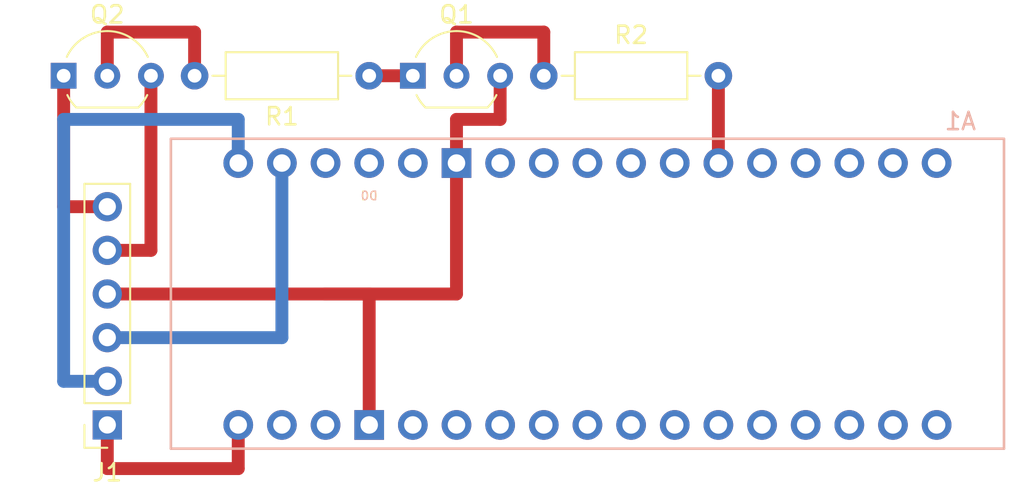
<source format=kicad_pcb>
(kicad_pcb (version 20221018) (generator pcbnew)
  (layers (0 "F.Cu" signal) (31 "B.Cu" signal) (34 "B.Paste" user) (35 "F.Paste" user) (36 "B.SilkS" user "B.Silkscreen") (37 "F.SilkS" user "F.Silkscreen") (38 "B.Mask" user) (39 "F.Mask" user) (44 "Edge.Cuts" user))
  (net 0 "")
  (net 17 "Arduino_Pin_7")
  (net 24 "Arduino_GND")
  (net 26 "Arduino_Pin_11")
  (net 29 "Arduino_Pin_13")
  (net 30 "Arduino_Pin_10")
  (net 32 "Net-(Q1-E)")
  (net 33 "Net-(Q1-B)")
  (net 34 "Net-(J1-Pin_6)")
  (net 35 "Net-(Q2-B)")
  (net 36 "Net-(J1-Pin_5)")
  (footprint "Package_TO_SOT_THT:TO-92_Inline_Wide" (layer "F.Cu") (at 132.08 81.28)
    (fp_text reference "Q1" (at 2.54 -3.56) (layer "F.SilkS"))
    (fp_text value "2N3904")
    (fp_line (start 0.74 1.85) (end 4.34 1.85) (stroke (width 0.12)) (layer "F.SilkS"))
    (fp_arc (start 0.1836 -1.098807) (mid 1.143021 -2.192817) (end 2.54 -2.6) (stroke (width 0.12)) (layer "F.SilkS"))
    (fp_arc (start 0.74 1.85) (mid 0.446097 1.509328) (end 0.215816 1.122795) (stroke (width 0.12)) (layer "F.SilkS"))
    (fp_arc (start 2.54 -2.6) (mid 3.936979 -2.192818) (end 4.8964 -1.098807) (stroke (width 0.12)) (layer "F.SilkS"))
    (fp_arc (start 4.864184 1.122795) (mid 4.633903 1.509328) (end 4.34 1.85) (stroke (width 0.12)) (layer "F.SilkS"))
    (pad "1" thru_hole rect (at 0 0) (size 1.5 1.5) (drill 0.8) (layers "*.Cu" "*.Mask") (net 32 "Net-(Q1-E)"))
    (pad "2" thru_hole circle (at 2.54 0) (size 1.5 1.5) (drill 0.8) (layers "*.Cu" "*.Mask") (net 33 "Net-(Q1-B)"))
    (pad "3" thru_hole circle (at 5.08 0) (size 1.5 1.5) (drill 0.8) (layers "*.Cu" "*.Mask") (net 24 "Arduino_GND"))
  )
  (footprint "Resistor_THT:R_Axial_DIN0207_L6.3mm_D2.5mm_P10.16mm_Horizontal" (layer "F.Cu") (at 129.54 81.28 180)
    (fp_text reference "R1" (at 5.08 -2.37) (layer "F.SilkS"))
    (fp_text value "10k")
    (fp_line (start 1.04 0) (end 1.81 0) (stroke (width 0.12)) (layer "F.SilkS"))
    (fp_line (start 1.81 -1.37) (end 1.81 1.37) (stroke (width 0.12)) (layer "F.SilkS"))
    (fp_line (start 1.81 1.37) (end 8.35 1.37) (stroke (width 0.12)) (layer "F.SilkS"))
    (fp_line (start 8.35 -1.37) (end 1.81 -1.37) (stroke (width 0.12)) (layer "F.SilkS"))
    (fp_line (start 8.35 1.37) (end 8.35 -1.37) (stroke (width 0.12)) (layer "F.SilkS"))
    (fp_line (start 9.12 0) (end 8.35 0) (stroke (width 0.12)) (layer "F.SilkS"))
    (pad "1" thru_hole circle (at 0 0 180) (size 1.6 1.6) (drill 0.8) (layers "*.Cu" "*.Mask") (net 32 "Net-(Q1-E)"))
    (pad "2" thru_hole oval (at 10.16 0 180) (size 1.6 1.6) (drill 0.8) (layers "*.Cu" "*.Mask") (net 35 "Net-(Q2-B)"))
  )
  (footprint "Package_TO_SOT_THT:TO-92_Inline_Wide" (layer "F.Cu") (at 111.76 81.28)
    (fp_text reference "Q2" (at 2.54 -3.56) (layer "F.SilkS"))
    (fp_text value "2N3906")
    (fp_line (start 0.74 1.85) (end 4.34 1.85) (stroke (width 0.12)) (layer "F.SilkS"))
    (fp_arc (start 0.1836 -1.098807) (mid 1.143021 -2.192817) (end 2.54 -2.6) (stroke (width 0.12)) (layer "F.SilkS"))
    (fp_arc (start 0.74 1.85) (mid 0.446097 1.509328) (end 0.215816 1.122795) (stroke (width 0.12)) (layer "F.SilkS"))
    (fp_arc (start 2.54 -2.6) (mid 3.936979 -2.192818) (end 4.8964 -1.098807) (stroke (width 0.12)) (layer "F.SilkS"))
    (fp_arc (start 4.864184 1.122795) (mid 4.633903 1.509328) (end 4.34 1.85) (stroke (width 0.12)) (layer "F.SilkS"))
    (pad "1" thru_hole rect (at 0 0) (size 1.5 1.5) (drill 0.8) (layers "*.Cu" "*.Mask") (net 34 "Net-(J1-Pin_6)"))
    (pad "2" thru_hole circle (at 2.54 0) (size 1.5 1.5) (drill 0.8) (layers "*.Cu" "*.Mask") (net 35 "Net-(Q2-B)"))
    (pad "3" thru_hole circle (at 5.08 0) (size 1.5 1.5) (drill 0.8) (layers "*.Cu" "*.Mask") (net 36 "Net-(J1-Pin_5)"))
  )
  (footprint "Connector_PinSocket_2.54mm:PinSocket_1x06_P2.54mm_Vertical" (layer "F.Cu") (at 114.3 101.6 180)
    (fp_text reference "J1" (at 0 -2.77) (layer "F.SilkS"))
    (fp_text value "Conn_01x06_Pin")
    (fp_line (start -1.33 1.27) (end -1.33 14.03) (stroke (width 0.12)) (layer "F.SilkS"))
    (fp_line (start -1.33 1.27) (end 1.33 1.27) (stroke (width 0.12)) (layer "F.SilkS"))
    (fp_line (start -1.33 14.03) (end 1.33 14.03) (stroke (width 0.12)) (layer "F.SilkS"))
    (fp_line (start 0 -1.33) (end 1.33 -1.33) (stroke (width 0.12)) (layer "F.SilkS"))
    (fp_line (start 1.33 -1.33) (end 1.33 0) (stroke (width 0.12)) (layer "F.SilkS"))
    (fp_line (start 1.33 1.27) (end 1.33 14.03) (stroke (width 0.12)) (layer "F.SilkS"))
    (pad "1" thru_hole rect (at 0 0 180) (size 1.7 1.7) (drill 1) (layers "*.Cu" "*.Mask") (net 29 "Arduino_Pin_13"))
    (pad "2" thru_hole oval (at 0 2.54 180) (size 1.7 1.7) (drill 1) (layers "*.Cu" "*.Mask") (net 26 "Arduino_Pin_11"))
    (pad "3" thru_hole oval (at 0 5.08 180) (size 1.7 1.7) (drill 1) (layers "*.Cu" "*.Mask") (net 30 "Arduino_Pin_10"))
    (pad "4" thru_hole oval (at 0 7.62 180) (size 1.7 1.7) (drill 1) (layers "*.Cu" "*.Mask") (net 24 "Arduino_GND"))
    (pad "5" thru_hole oval (at 0 10.16 180) (size 1.7 1.7) (drill 1) (layers "*.Cu" "*.Mask") (net 36 "Net-(J1-Pin_5)"))
    (pad "6" thru_hole oval (at 0 12.7 180) (size 1.7 1.7) (drill 1) (layers "*.Cu" "*.Mask") (net 34 "Net-(J1-Pin_6)"))
  )
  (footprint "Resistor_THT:R_Axial_DIN0207_L6.3mm_D2.5mm_P10.16mm_Horizontal" (layer "F.Cu") (at 139.7 81.28)
    (fp_text reference "R2" (at 5.08 -2.37) (layer "F.SilkS"))
    (fp_text value "10k")
    (fp_line (start 1.04 0) (end 1.81 0) (stroke (width 0.12)) (layer "F.SilkS"))
    (fp_line (start 1.81 -1.37) (end 1.81 1.37) (stroke (width 0.12)) (layer "F.SilkS"))
    (fp_line (start 1.81 1.37) (end 8.35 1.37) (stroke (width 0.12)) (layer "F.SilkS"))
    (fp_line (start 8.35 -1.37) (end 1.81 -1.37) (stroke (width 0.12)) (layer "F.SilkS"))
    (fp_line (start 8.35 1.37) (end 8.35 -1.37) (stroke (width 0.12)) (layer "F.SilkS"))
    (fp_line (start 9.12 0) (end 8.35 0) (stroke (width 0.12)) (layer "F.SilkS"))
    (pad "1" thru_hole circle (at 0 0) (size 1.6 1.6) (drill 0.8) (layers "*.Cu" "*.Mask") (net 33 "Net-(Q1-B)"))
    (pad "2" thru_hole oval (at 10.16 0) (size 1.6 1.6) (drill 0.8) (layers "*.Cu" "*.Mask") (net 17 "Arduino_Pin_7"))
  )
  (footprint "PCM_arduino-library:Arduino_Micro_Socket" (layer "B.Cu") (at 166.48 102.98 180)
    (fp_text reference "A1" (at 2.54 19.05) (layer "B.SilkS") (effects (justify mirror)))
    (fp_text value "Arduino_Micro_Socket")
    (fp_text user "D0" (at 36.94 14.715 unlocked) (layer "B.SilkS") (effects (font (size 0.5 0.5) (thickness 0.075)) (justify mirror)))
    (fp_text user "D0" (at 36.94 14.715 unlocked) (layer "F.SilkS") (effects (font (size 0.5 0.5) (thickness 0.075))))
    (fp_line (start 0 0) (end 48.48 0) (stroke (width 0.15)) (layer "B.SilkS"))
    (fp_line (start 0 18) (end 0 0) (stroke (width 0.15)) (layer "B.SilkS"))
    (fp_line (start 0 18.034) (end 48.48 18.034) (stroke (width 0.15)) (layer "B.SilkS"))
    (fp_line (start 48.48 18) (end 48.48 0) (stroke (width 0.15)) (layer "B.SilkS"))
    (pad "" np_thru_hole circle (at 1.38 1.38 180) (size 1.4 1.4) (drill 1.4) (layers "F&B.Cu" "*.Mask"))
    (pad "" np_thru_hole circle (at 1.38 16.62 180) (size 1.4 1.4) (drill 1.4) (layers "F&B.Cu" "*.Mask"))
    (pad "" thru_hole oval (at 26.78 1.38 180) (size 1.7272 1.7272) (drill 1.016) (layers "*.Cu" "*.Mask"))
    (pad "" thru_hole oval (at 29.32 1.38 180) (size 1.7272 1.7272) (drill 1.016) (layers "*.Cu" "*.Mask"))
    (pad "" np_thru_hole circle (at 47.1 1.38 180) (size 1.4 1.4) (drill 1.4) (layers "F&B.Cu" "*.Mask"))
    (pad "" np_thru_hole circle (at 47.1 16.62 180) (size 1.016 1.016) (drill 1.016) (layers "*.Cu" "*.Mask"))
    (pad "3V3" thru_hole oval (at 6.46 1.38 180) (size 1.7272 1.7272) (drill 1.016) (layers "*.Cu" "*.Mask"))
    (pad "5V" thru_hole oval (at 31.86 1.38 180) (size 1.7272 1.7272) (drill 1.016) (layers "*.Cu" "*.Mask"))
    (pad "A0" thru_hole oval (at 11.54 1.38 180) (size 1.7272 1.7272) (drill 1.016) (layers "*.Cu" "*.Mask"))
    (pad "A1" thru_hole oval (at 14.08 1.38 180) (size 1.7272 1.7272) (drill 1.016) (layers "*.Cu" "*.Mask"))
    (pad "A2" thru_hole oval (at 16.62 1.38 180) (size 1.7272 1.7272) (drill 1.016) (layers "*.Cu" "*.Mask"))
    (pad "A3" thru_hole oval (at 19.16 1.38 180) (size 1.7272 1.7272) (drill 1.016) (layers "*.Cu" "*.Mask"))
    (pad "A4" thru_hole oval (at 21.7 1.38 180) (size 1.7272 1.7272) (drill 1.016) (layers "*.Cu" "*.Mask"))
    (pad "A5" thru_hole oval (at 24.24 1.38 180) (size 1.7272 1.7272) (drill 1.016) (layers "*.Cu" "*.Mask"))
    (pad "AREF" thru_hole oval (at 9 1.38 180) (size 1.7272 1.7272) (drill 1.016) (layers "*.Cu" "*.Mask"))
    (pad "D0" thru_hole oval (at 36.94 16.62 180) (size 1.7272 1.7272) (drill 1.016) (layers "*.Cu" "*.Mask"))
    (pad "D1" thru_hole oval (at 39.48 16.62 180) (size 1.7272 1.7272) (drill 1.016) (layers "*.Cu" "*.Mask"))
    (pad "D2" thru_hole oval (at 29.32 16.62 180) (size 1.7272 1.7272) (drill 1.016) (layers "*.Cu" "*.Mask"))
    (pad "D3" thru_hole oval (at 26.78 16.62 180) (size 1.7272 1.7272) (drill 1.016) (layers "*.Cu" "*.Mask"))
    (pad "D4" thru_hole oval (at 24.24 16.62 180) (size 1.7272 1.7272) (drill 1.016) (layers "*.Cu" "*.Mask"))
    (pad "D5" thru_hole oval (at 21.7 16.62 180) (size 1.7272 1.7272) (drill 1.016) (layers "*.Cu" "*.Mask"))
    (pad "D6" thru_hole oval (at 19.16 16.62 180) (size 1.7272 1.7272) (drill 1.016) (layers "*.Cu" "*.Mask"))
    (pad "D7" thru_hole oval (at 16.62 16.62 180) (size 1.7272 1.7272) (drill 1.016) (layers "*.Cu" "*.Mask") (net 17 "Arduino_Pin_7"))
    (pad "D8" thru_hole oval (at 14.08 16.62 180) (size 1.7272 1.7272) (drill 1.016) (layers "*.Cu" "*.Mask"))
    (pad "D9" thru_hole oval (at 11.54 16.62 180) (size 1.7272 1.7272) (drill 1.016) (layers "*.Cu" "*.Mask"))
    (pad "D10" thru_hole oval (at 9 16.62 180) (size 1.7272 1.7272) (drill 1.016) (layers "*.Cu" "*.Mask"))
    (pad "D11" thru_hole oval (at 6.46 16.62 180) (size 1.7272 1.7272) (drill 1.016) (layers "*.Cu" "*.Mask"))
    (pad "D12" thru_hole oval (at 3.92 16.62 180) (size 1.7272 1.7272) (drill 1.016) (layers "*.Cu" "*.Mask"))
    (pad "D13" thru_hole oval (at 3.92 1.38 180) (size 1.7272 1.7272) (drill 1.016) (layers "*.Cu" "*.Mask"))
    (pad "GND1" thru_hole rect (at 36.94 1.38 180) (size 1.7272 1.7272) (drill 1.016) (layers "*.Cu" "*.Mask") (net 24 "Arduino_GND"))
    (pad "GND2" thru_hole rect (at 31.86 16.62 180) (size 1.7272 1.7272) (drill 1.016) (layers "*.Cu" "*.Mask") (net 24 "Arduino_GND"))
    (pad "MISO" thru_hole oval (at 42.02 1.38 180) (size 1.7272 1.7272) (drill 1.016) (layers "*.Cu" "*.Mask"))
    (pad "MOSI" thru_hole circle (at 44.56 16.62 180) (size 1.7272 1.7272) (drill 1.016) (layers "*.Cu" "*.Mask") (net 26 "Arduino_Pin_11"))
    (pad "RST1" thru_hole oval (at 34.4 1.38 180) (size 1.7272 1.7272) (drill 1.016) (layers "*.Cu" "*.Mask"))
    (pad "RST2" thru_hole oval (at 34.4 16.62 180) (size 1.7272 1.7272) (drill 1.016) (layers "*.Cu" "*.Mask"))
    (pad "SCK" thru_hole oval (at 44.56 1.38 180) (size 1.7272 1.7272) (drill 1.016) (layers "*.Cu" "*.Mask") (net 29 "Arduino_Pin_13"))
    (pad "SS" thru_hole oval (at 42.02 16.62 180) (size 1.7272 1.7272) (drill 1.016) (layers "*.Cu" "*.Mask") (net 30 "Arduino_Pin_10"))
    (pad "VIN" thru_hole oval (at 39.48 1.38 180) (size 1.7272 1.7272) (drill 1.016) (layers "*.Cu" "*.Mask"))
  )
  (segment (start 149.86 81.28) (end 149.86 86.36) (width 0.75) (layer "F.Cu") (net 17))
  (segment (start 129.54 93.98) (end 127 93.98) (width 0.75) (layer "F.Cu") (net 24))
  (segment (start 127 93.98) (end 134.62 93.98) (width 0.75) (layer "F.Cu") (net 24))
  (segment (start 127 93.98) (end 114.3 93.98) (width 0.75) (layer "F.Cu") (net 24))
  (segment (start 137.16 81.28) (end 137.16 83.82) (width 0.75) (layer "F.Cu") (net 24))
  (segment (start 134.62 83.82) (end 134.62 86.36) (width 0.75) (layer "F.Cu") (net 24))
  (segment (start 129.54 101.6) (end 129.54 93.98) (width 0.75) (layer "F.Cu") (net 24))
  (segment (start 134.62 93.98) (end 134.62 86.36) (width 0.75) (layer "F.Cu") (net 24))
  (segment (start 137.16 83.82) (end 134.62 83.82) (width 0.75) (layer "F.Cu") (net 24))
  (segment (start 121.92 83.82) (end 121.92 86.36) (width 0.75) (layer "B.Cu") (net 26))
  (segment (start 111.76 83.82) (end 121.92 83.82) (width 0.75) (layer "B.Cu") (net 26))
  (segment (start 114.3 99.06) (end 111.76 99.06) (width 0.75) (layer "B.Cu") (net 26))
  (segment (start 111.76 99.06) (end 111.76 83.82) (width 0.75) (layer "B.Cu") (net 26))
  (segment (start 114.3 104.14) (end 121.92 104.14) (width 0.75) (layer "F.Cu") (net 29))
  (segment (start 114.3 104.14) (end 114.3 101.6) (width 0.75) (layer "F.Cu") (net 29))
  (segment (start 121.92 104.14) (end 121.92 101.6) (width 0.75) (layer "F.Cu") (net 29))
  (segment (start 124.46 96.52) (end 124.46 86.36) (width 0.75) (layer "B.Cu") (net 30))
  (segment (start 114.3 96.52) (end 124.46 96.52) (width 0.75) (layer "B.Cu") (net 30))
  (segment (start 129.54 81.28) (end 132.08 81.28) (width 0.75) (layer "F.Cu") (net 32))
  (segment (start 134.62 81.28) (end 134.62 78.74) (width 0.75) (layer "F.Cu") (net 33))
  (segment (start 139.7 78.74) (end 139.7 81.28) (width 0.75) (layer "F.Cu") (net 33))
  (segment (start 134.62 78.74) (end 139.7 78.74) (width 0.75) (layer "F.Cu") (net 33))
  (segment (start 111.76 88.9) (end 111.76 81.28) (width 0.75) (layer "F.Cu") (net 34))
  (segment (start 114.3 88.9) (end 111.76 88.9) (width 0.75) (layer "F.Cu") (net 34))
  (segment (start 119.38 78.74) (end 119.38 81.28) (width 0.75) (layer "F.Cu") (net 35))
  (segment (start 114.3 78.74) (end 119.38 78.74) (width 0.75) (layer "F.Cu") (net 35))
  (segment (start 114.3 81.28) (end 114.3 78.74) (width 0.75) (layer "F.Cu") (net 35))
  (segment (start 116.84 91.44) (end 114.3 91.44) (width 0.75) (layer "F.Cu") (net 36))
  (segment (start 116.84 81.28) (end 116.84 91.44) (width 0.75) (layer "F.Cu") (net 36))
)
</source>
